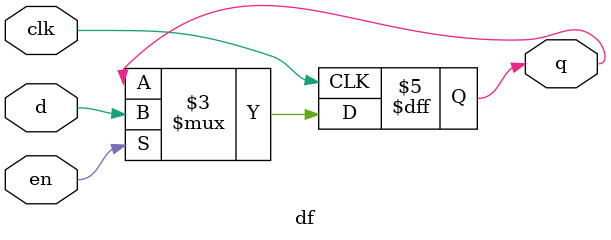
<source format=v>
`timescale 1ns / 1ps

module pwm(
input clk,
input i_duty,//increase duty cycle
input d_duty,//decrease duty cycle
output pwm_out
);
wire  clk_en;
reg[27:0]count_deb=0;//counter for creating slow clk
wire t1,t2,d_i;
wire t3,t4,d_d;
reg [3:0] count_pwm=0;
reg[3:0] duty_cycle=5;//initial duty cycle 40%

always@(posedge clk)
    begin
       count_deb<=count_deb+1;
       if(count_deb>=1)
          count_deb<=0;
    end
    
assign clk_en=(count_deb==1)?1:0;
 
df d1(clk,clk_ena,i_duty,t1);
df d2(clk,clk_ena,t1,t2);

assign d_i=t1&(~t2)&clk_en;

df d3(clk,clk_en,d_duty,t3);
df d4(clk,clk_en,t3,t4);

assign d_d=t3&(~t4)& clk_ena;

always@(posedge clk)
   begin
      if(d_i==1 && duty_cycle<=9)
        duty_cycle<=duty_cycle+2;
      else if(d_d==1 && duty_cycle>=1)
        duty_cycle<=duty_cycle - 2;
   end
   
always@(posedge clk)
  begin
    count_pwm<=count_pwm+1;
    if(count_pwm>=9)
      count_pwm<=0;
  end
  
  assign pwm_out=count_pwm<duty_cycle?1:0;
endmodule

module df(
input clk,
input en,
input d,
output reg q
);
always@(posedge clk)
   begin
     if(en==1)
       q<=d;
   end
endmodule
</source>
